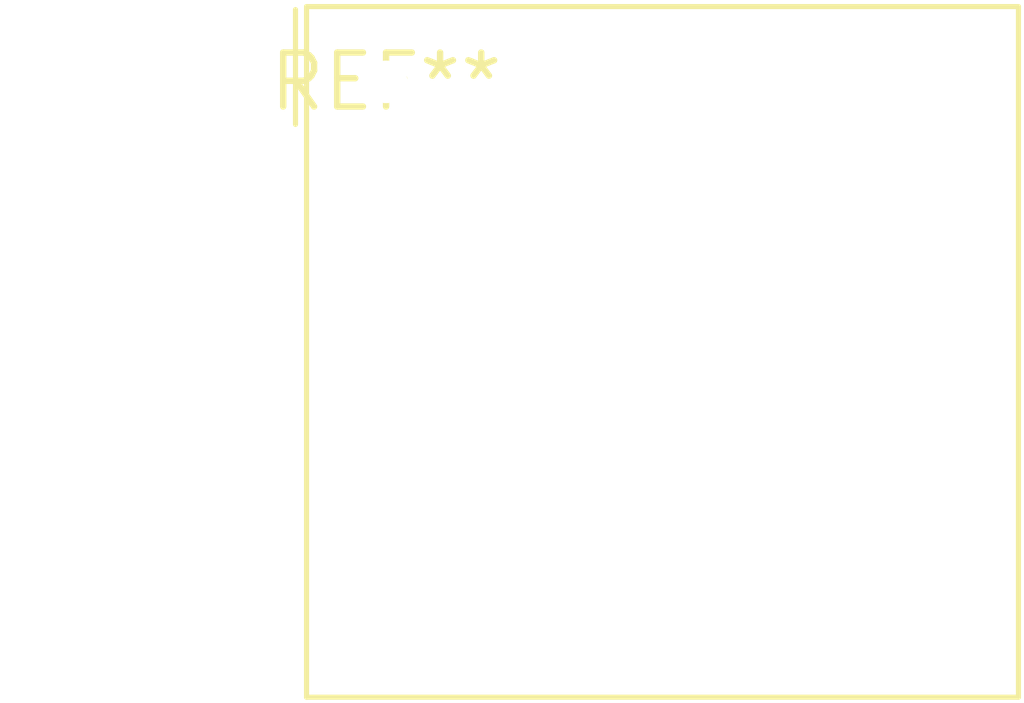
<source format=kicad_pcb>
(kicad_pcb (version 20240108) (generator pcbnew)
  (layers (0 "F.Cu" signal) (31 "B.Cu" signal) (34 "B.Paste" user) (35 "F.Paste" user) (36 "B.SilkS" user "B.Silkscreen") (37 "F.SilkS" user "F.Silkscreen") (38 "B.Mask" user) (39 "F.Mask" user) (44 "Edge.Cuts" user))
  (net 0 "")
  (footprint "ZETA-433-SO_THT" (layer "F.Cu") (at 0 0)
    (property "Reference" "REF**")
    (property "Value" "ZETA-433-SO_THT")
    (fp_line (start -2.13 -1.7) (end -2.13 1) (layer "F.SilkS") (stroke (width 0.12)))
    (fp_line (start -1.87 -1.77) (end -1.87 14.47) (layer "F.SilkS") (stroke (width 0.12)))
    (fp_line (start -1.87 -1.77) (end 14.87 -1.77) (layer "F.SilkS") (stroke (width 0.12)))
    (fp_line (start 14.87 -1.77) (end 14.87 14.47) (layer "F.SilkS") (stroke (width 0.12)))
    (fp_line (start 14.87 14.47) (end -1.87 14.47) (layer "F.SilkS") (stroke (width 0.12)))
    (pad "1" thru_hole rect (at 0 0) (size 2 2) (drill 1) (layers *.Cu *.Mask) (remove_unused_layers))
    (pad "2" thru_hole circle (at 0 2.54) (size 2 2) (drill 1) (layers *.Cu *.Mask) (remove_unused_layers))
    (pad "3" thru_hole circle (at 0 5.08) (size 2 2) (drill 1) (layers *.Cu *.Mask) (remove_unused_layers))
    (pad "4" thru_hole circle (at 0 7.62) (size 2 2) (drill 1) (layers *.Cu *.Mask) (remove_unused_layers))
    (pad "5" thru_hole circle (at 0 10.16) (size 2 2) (drill 1) (layers *.Cu *.Mask) (remove_unused_layers))
    (pad "6" thru_hole circle (at 0 12.7) (size 2 2) (drill 1) (layers *.Cu *.Mask) (remove_unused_layers))
    (pad "7" thru_hole circle (at 13 12.7) (size 2 2) (drill 1) (layers *.Cu *.Mask) (remove_unused_layers))
    (pad "8" thru_hole circle (at 13 10.16) (size 2 2) (drill 1) (layers *.Cu *.Mask) (remove_unused_layers))
    (pad "9" thru_hole circle (at 13 7.62) (size 2 2) (drill 1) (layers *.Cu *.Mask) (remove_unused_layers))
    (pad "10" thru_hole circle (at 13 5.08) (size 2 2) (drill 1) (layers *.Cu *.Mask) (remove_unused_layers))
    (pad "11" thru_hole circle (at 13 2.54) (size 2 2) (drill 1) (layers *.Cu *.Mask) (remove_unused_layers))
    (pad "12" thru_hole circle (at 13 0) (size 2 2) (drill 1) (layers *.Cu *.Mask) (remove_unused_layers))
  )
)
</source>
